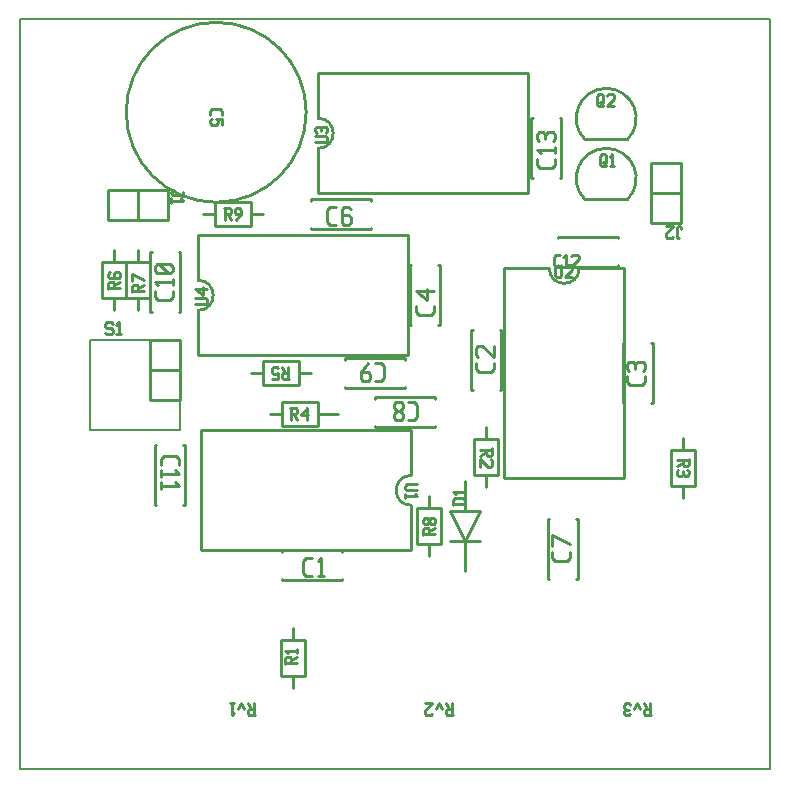
<source format=gto>
G04 start of page 9 for group -4079 idx -4079 *
G04 Title: (unknown), topsilk *
G04 Creator: pcb 4.0.2 *
G04 CreationDate: Mon Dec  4 09:33:05 2017 UTC *
G04 For: janik *
G04 Format: Gerber/RS-274X *
G04 PCB-Dimensions (mm): 63.50 63.50 *
G04 PCB-Coordinate-Origin: lower left *
%MOMM*%
%FSLAX43Y43*%
%LNGTO*%
%ADD105C,0.254*%
%ADD104C,0.152*%
G54D104*X0Y63500D02*Y0D01*
X63500D01*
Y63500D01*
X0D01*
Y0D01*
X63500D01*
Y63500D01*
X0D01*
G54D105*X16637Y63246D02*G75*G03X16637Y63246I0J-7620D01*G01*
X11049Y43815D02*X11176D01*
X11049D02*Y38735D01*
X11176D01*
X13462D02*X13589D01*
Y43815D02*Y38735D01*
X13462Y43815D02*X13589D01*
X19558Y46990D02*X20574D01*
X19558Y48006D02*Y45974D01*
X16510D02*X19558D01*
X16510Y48006D02*Y45974D01*
Y48006D02*X19558D01*
X15494Y46990D02*X16510D01*
X7493Y49022D02*Y46482D01*
X12573D01*
Y49022D02*Y46482D01*
X7493Y49022D02*X12573D01*
X7493Y46482D02*X10033D01*
Y49022D02*Y46482D01*
X8001Y39878D02*Y38862D01*
X6985Y39878D02*X9017D01*
X6985Y42926D02*Y39878D01*
Y42926D02*X9017D01*
Y39878D01*
X8001Y43942D02*Y42926D01*
X10033Y43942D02*Y42926D01*
X9017D02*X11049D01*
Y39878D01*
X9017D02*X11049D01*
X9017Y42926D02*Y39878D01*
X10033D02*Y38862D01*
G54D104*X5969Y36322D02*X13589D01*
X5969Y28702D02*Y36322D01*
X13589Y28702D02*X5969D01*
X13589Y36322D02*Y28702D01*
G54D105*X11049Y33782D02*X13589D01*
X11049Y36322D02*Y33782D01*
X13589Y36322D02*Y31242D01*
X11049D02*X13589D01*
X11049Y36322D02*Y31242D01*
Y36322D02*X13589D01*
X15113Y35052D02*X32893D01*
Y45212D02*Y35052D01*
X15113Y45212D02*X32893D01*
X15113Y38862D02*Y35052D01*
Y45212D02*Y41402D01*
Y38862D02*G75*G03X15113Y41402I0J1270D01*G01*
X33020Y42672D02*X33147D01*
X33020D02*Y37592D01*
X33147D01*
X35433D02*X35560D01*
Y42672D02*Y37592D01*
X35433Y42672D02*X35560D01*
X29718Y48133D02*Y48260D01*
X24638D01*
Y48133D01*
Y45847D02*Y45720D01*
X29718D01*
Y45847D01*
X27559Y32385D02*Y32258D01*
X32639D01*
Y32385D02*Y32258D01*
Y34798D02*Y34671D01*
X27559Y34798D02*X32639D01*
X27559D02*Y34671D01*
X19558Y33528D02*X20574D01*
Y34544D02*Y32512D01*
Y34544D02*X23622D01*
Y32512D01*
X20574D02*X23622D01*
Y33528D02*X24638D01*
X21209Y30099D02*X22225D01*
Y31115D02*Y29083D01*
Y31115D02*X25273D01*
Y29083D01*
X22225D02*X25273D01*
Y30099D02*X26924D01*
X25273Y48768D02*X43053D01*
Y58928D02*Y48768D01*
X25273Y58928D02*X43053D01*
X25273Y52578D02*Y48768D01*
Y58928D02*Y55118D01*
Y52578D02*G75*G03X25273Y55118I0J1270D01*G01*
X53467Y51308D02*X56007D01*
X53467D02*Y46228D01*
X56007D01*
Y51308D02*Y46228D01*
X53467Y51308D02*Y48768D01*
X56007D01*
X47879Y48260D02*X51435D01*
X51453Y48242D02*G75*G03X47861Y48242I-1796J1796D01*G01*
X47879Y53340D02*X51435D01*
X51453Y53322D02*G75*G03X47861Y53322I-1796J1796D01*G01*
X38227Y37211D02*X38354D01*
X38227D02*Y32131D01*
X38354D01*
X40640D02*X40767D01*
Y37211D02*Y32131D01*
X40640Y37211D02*X40767D01*
X43307Y55118D02*X43434D01*
X43307D02*Y50038D01*
X43434D01*
X45720D02*X45847D01*
Y55118D02*Y50038D01*
X45720Y55118D02*X45847D01*
X56134Y28067D02*Y27051D01*
X55118D02*X57150D01*
Y24003D01*
X55118D02*X57150D01*
X55118Y27051D02*Y24003D01*
X56134D02*Y22987D01*
X53467Y30988D02*X53594D01*
Y36068D02*Y30988D01*
X53467Y36068D02*X53594D01*
X51054D02*X51181D01*
X51054D02*Y30988D01*
X51181D01*
X39497Y28956D02*Y27940D01*
X38481D02*X40513D01*
Y24892D01*
X38481D02*X40513D01*
X38481Y27940D02*Y24892D01*
X39497D02*Y23876D01*
X13843Y22352D02*X13970D01*
Y27432D02*Y22352D01*
X13843Y27432D02*X13970D01*
X11430D02*X11557D01*
X11430D02*Y22352D01*
X11557D01*
X15367Y28702D02*X33147D01*
X15367D02*Y18542D01*
X33147D01*
Y28702D02*Y24892D01*
Y22352D02*Y18542D01*
Y24892D02*G75*G03X33147Y22352I0J-1270D01*G01*
X37719Y19304D02*Y16764D01*
Y24384D02*Y21844D01*
Y19304D02*X36449Y21844D01*
X38989D01*
X37719Y19304D01*
X36449D02*X38989D01*
X44704Y21209D02*X44831D01*
X44704D02*Y16129D01*
X44831D01*
X47117D02*X47244D01*
Y21209D02*Y16129D01*
X47117Y21209D02*X47244D01*
X50673Y44958D02*Y45085D01*
X45593D01*
Y44958D01*
Y42672D02*Y42545D01*
X50673D01*
Y42672D01*
X41021Y24638D02*Y42418D01*
X51181Y24638D02*X41021D01*
X51181D02*Y42418D01*
X44831D02*X41021D01*
X51181D02*X47371D01*
X44831D02*G75*G03X47371Y42418I1270J0D01*G01*
X34671Y19050D02*Y18034D01*
X33655Y19050D02*X35687D01*
X33655Y22098D02*Y19050D01*
Y22098D02*X35687D01*
Y19050D01*
X34671Y23114D02*Y22098D01*
X23114Y11938D02*Y10922D01*
X22098D02*X24130D01*
Y7874D01*
X22098D02*X24130D01*
X22098Y10922D02*Y7874D01*
X23114D02*Y6858D01*
X22225Y16129D02*Y16002D01*
X27305D01*
Y16129D02*Y16002D01*
Y18542D02*Y18415D01*
X22225Y18542D02*X27305D01*
X22225D02*Y18415D01*
X30099Y29083D02*Y28956D01*
X35179D01*
Y29083D02*Y28956D01*
Y31496D02*Y31369D01*
X30099Y31496D02*X35179D01*
X30099D02*Y31369D01*
X14859Y39370D02*X15748D01*
X15875Y39497D01*
Y39751D02*Y39497D01*
Y39751D02*X15748Y39878D01*
X14859D02*X15748D01*
X15494Y40183D02*X14859Y40691D01*
X15494Y40818D02*Y40183D01*
X14859Y40691D02*X15875D01*
X13843Y48844D02*Y48641D01*
X12954D02*X13843D01*
X12827Y48768D02*X12954Y48641D01*
X12827Y48895D02*Y48768D01*
X12954Y49022D02*X12827Y48895D01*
X12954Y49022D02*X13081D01*
X13640Y48336D02*X13843Y48133D01*
X12827D02*X13843D01*
X12827Y48336D02*Y47955D01*
X7493Y41148D02*Y40640D01*
Y41148D02*X7620Y41275D01*
X7874D01*
X8001Y41148D02*X7874Y41275D01*
X8001Y41148D02*Y40767D01*
X7493D02*X8509D01*
X8001Y40970D02*X8509Y41275D01*
X7493Y41961D02*X7620Y42088D01*
X7493Y41961D02*Y41707D01*
X7620Y41580D02*X7493Y41707D01*
X7620Y41580D02*X8382D01*
X8509Y41707D01*
X7950Y41961D02*X8077Y42088D01*
X7950Y41961D02*Y41580D01*
X8509Y41961D02*Y41707D01*
Y41961D02*X8382Y42088D01*
X8077D02*X8382D01*
X9525Y40894D02*Y40386D01*
Y40894D02*X9652Y41021D01*
X9906D01*
X10033Y40894D02*X9906Y41021D01*
X10033Y40894D02*Y40513D01*
X9525D02*X10541D01*
X10033Y40716D02*X10541Y41021D01*
Y41453D02*X9525Y41961D01*
Y41326D01*
X16129Y55702D02*Y55372D01*
X16307Y55880D02*X16129Y55702D01*
X16307Y55880D02*X16967D01*
X17145Y55702D01*
Y55372D01*
Y55067D02*Y54559D01*
X16637Y55067D02*X17145D01*
X16637D02*X16764Y54940D01*
Y54686D01*
X16637Y54559D01*
X16256D02*X16637D01*
X16129Y54686D02*X16256Y54559D01*
X16129Y54940D02*Y54686D01*
X16256Y55067D02*X16129Y54940D01*
X12954Y40513D02*Y40018D01*
X12687Y39751D02*X12954Y40018D01*
X11697Y39751D02*X12687D01*
X11697D02*X11430Y40018D01*
Y40513D02*Y40018D01*
X11735Y40970D02*X11430Y41275D01*
X12954D01*
Y41542D02*Y40970D01*
X12764Y41999D02*X12954Y42189D01*
X11620Y41999D02*X12764D01*
X11620D02*X11430Y42189D01*
Y42570D02*Y42189D01*
Y42570D02*X11620Y42761D01*
X12764D01*
X12954Y42570D02*X12764Y42761D01*
X12954Y42570D02*Y42189D01*
X12573Y41999D02*X11811Y42761D01*
X36703Y22479D02*X37719D01*
X36703Y22809D02*X36881Y22987D01*
X37541D01*
X37719Y22809D02*X37541Y22987D01*
X37719Y22809D02*Y22352D01*
X36703Y22809D02*Y22352D01*
X36906Y23292D02*X36703Y23495D01*
X37719D01*
Y23673D02*Y23292D01*
X34163Y20320D02*Y19812D01*
Y20320D02*X34290Y20447D01*
X34544D01*
X34671Y20320D02*X34544Y20447D01*
X34671Y20320D02*Y19939D01*
X34163D02*X35179D01*
X34671Y20142D02*X35179Y20447D01*
X35052Y20752D02*X35179Y20879D01*
X34849Y20752D02*X35052D01*
X34849D02*X34671Y20930D01*
Y21082D02*Y20930D01*
Y21082D02*X34849Y21260D01*
X35052D01*
X35179Y21133D02*X35052Y21260D01*
X35179Y21133D02*Y20879D01*
X34493Y20752D02*X34671Y20930D01*
X34290Y20752D02*X34493D01*
X34290D02*X34163Y20879D01*
Y21133D02*Y20879D01*
Y21133D02*X34290Y21260D01*
X34493D01*
X34671Y21082D02*X34493Y21260D01*
X35052Y39243D02*Y38748D01*
X34785Y38481D02*X35052Y38748D01*
X33795Y38481D02*X34785D01*
X33795D02*X33528Y38748D01*
Y39243D02*Y38748D01*
X34480Y39700D02*X33528Y40462D01*
X34480Y40653D02*Y39700D01*
X33528Y40462D02*X35052D01*
X36195Y4572D02*X36703D01*
X36195D02*X36068Y4699D01*
Y4953D02*Y4699D01*
X36195Y5080D02*X36068Y4953D01*
X36195Y5080D02*X36576D01*
Y5588D02*Y4572D01*
X36373Y5080D02*X36068Y5588D01*
X35763Y5080D02*X35509Y5588D01*
X35255Y5080D02*X35509Y5588D01*
X34950Y4699D02*X34823Y4572D01*
X34442D02*X34823D01*
X34442D02*X34315Y4699D01*
Y4953D02*Y4699D01*
X34950Y5588D02*X34315Y4953D01*
Y5588D02*X34950D01*
X32766Y24130D02*X33655D01*
X32766D02*X32639Y24003D01*
Y23749D01*
X32766Y23622D01*
X33655D01*
X33452Y23317D02*X33655Y23114D01*
X32639D02*X33655D01*
X32639Y23317D02*Y22936D01*
X32893Y31115D02*X33388D01*
X33655Y30848D02*X33388Y31115D01*
X33655Y30848D02*Y29858D01*
X33388Y29591D01*
X32893D02*X33388D01*
X32436Y30924D02*X32245Y31115D01*
X32436Y30924D02*Y30620D01*
X32169Y30353D01*
X31940D02*X32169D01*
X31940D02*X31674Y30620D01*
Y30924D02*Y30620D01*
X31864Y31115D02*X31674Y30924D01*
X31864Y31115D02*X32245D01*
X32436Y30086D02*X32169Y30353D01*
X32436Y30086D02*Y29782D01*
X32245Y29591D01*
X31864D02*X32245D01*
X31864D02*X31674Y29782D01*
Y30086D02*Y29782D01*
X31940Y30353D02*X31674Y30086D01*
X11938Y26276D02*Y25781D01*
X12205Y26543D02*X11938Y26276D01*
X12205Y26543D02*X13195D01*
X13462Y26276D01*
Y25781D01*
X13157Y25324D02*X13462Y25019D01*
X11938D02*X13462D01*
X11938Y25324D02*Y24752D01*
X13157Y24295D02*X13462Y23990D01*
X11938D02*X13462D01*
X11938Y24295D02*Y23724D01*
X19431Y4572D02*X19939D01*
X19431D02*X19304Y4699D01*
Y4953D02*Y4699D01*
X19431Y5080D02*X19304Y4953D01*
X19431Y5080D02*X19812D01*
Y5588D02*Y4572D01*
X19609Y5080D02*X19304Y5588D01*
X18999Y5080D02*X18745Y5588D01*
X18491Y5080D02*X18745Y5588D01*
X18186Y4775D02*X17983Y4572D01*
Y5588D02*Y4572D01*
X17805Y5588D02*X18186D01*
X7747Y37846D02*X7874Y37719D01*
X7366Y37846D02*X7747D01*
X7239Y37719D02*X7366Y37846D01*
X7239Y37719D02*Y37465D01*
X7366Y37338D01*
X7747D01*
X7874Y37211D01*
Y36957D01*
X7747Y36830D02*X7874Y36957D01*
X7366Y36830D02*X7747D01*
X7239Y36957D02*X7366Y36830D01*
X8179Y37643D02*X8382Y37846D01*
Y36830D01*
X8179D02*X8560D01*
X30099Y34417D02*X30594D01*
X30861Y34150D02*X30594Y34417D01*
X30861Y34150D02*Y33160D01*
X30594Y32893D01*
X30099D02*X30594D01*
X29451Y34417D02*X28880Y33655D01*
Y33084D01*
X29070Y32893D02*X28880Y33084D01*
X29070Y32893D02*X29451D01*
X29642Y33084D02*X29451Y32893D01*
X29642Y33464D02*Y33084D01*
Y33464D02*X29451Y33655D01*
X28880D02*X29451D01*
X22327Y33071D02*X22835D01*
X22327D02*X22200Y33198D01*
Y33452D02*Y33198D01*
X22327Y33579D02*X22200Y33452D01*
X22327Y33579D02*X22708D01*
Y34087D02*Y33071D01*
X22504Y33579D02*X22200Y34087D01*
X21387Y33071D02*X21895D01*
Y33579D02*Y33071D01*
Y33579D02*X21768Y33452D01*
X21514D02*X21768D01*
X21514D02*X21387Y33579D01*
Y33960D02*Y33579D01*
X21514Y34087D02*X21387Y33960D01*
X21514Y34087D02*X21768D01*
X21895Y33960D02*X21768Y34087D01*
X22479Y9398D02*Y8890D01*
Y9398D02*X22606Y9525D01*
X22860D01*
X22987Y9398D02*X22860Y9525D01*
X22987Y9398D02*Y9017D01*
X22479D02*X23495D01*
X22987Y9220D02*X23495Y9525D01*
X22682Y9830D02*X22479Y10033D01*
X23495D01*
Y10211D02*Y9830D01*
X24270Y16383D02*X24765D01*
X24003Y16650D02*X24270Y16383D01*
X24003Y17640D02*Y16650D01*
Y17640D02*X24270Y17907D01*
X24765D01*
X25222Y17602D02*X25527Y17907D01*
Y16383D01*
X25222D02*X25794D01*
X22860Y30607D02*X23368D01*
X23495Y30480D01*
Y30226D01*
X23368Y30099D02*X23495Y30226D01*
X22987Y30099D02*X23368D01*
X22987Y30607D02*Y29591D01*
X23190Y30099D02*X23495Y29591D01*
X23800Y29972D02*X24308Y30607D01*
X23800Y29972D02*X24435D01*
X24308Y30607D02*Y29591D01*
X17272Y47498D02*X17780D01*
X17907Y47371D01*
Y47117D01*
X17780Y46990D02*X17907Y47117D01*
X17399Y46990D02*X17780D01*
X17399Y47498D02*Y46482D01*
X17602Y46990D02*X17907Y46482D01*
X18339D02*X18720Y46990D01*
Y47371D02*Y46990D01*
X18593Y47498D02*X18720Y47371D01*
X18339Y47498D02*X18593D01*
X18212Y47371D02*X18339Y47498D01*
X18212Y47371D02*Y47117D01*
X18339Y46990D01*
X18720D01*
X26302Y46101D02*X26797D01*
X26035Y46368D02*X26302Y46101D01*
X26035Y47358D02*Y46368D01*
Y47358D02*X26302Y47625D01*
X26797D01*
X27826D02*X28016Y47434D01*
X27445Y47625D02*X27826D01*
X27254Y47434D02*X27445Y47625D01*
X27254Y47434D02*Y46292D01*
X27445Y46101D01*
X27826Y46939D02*X28016Y46749D01*
X27254Y46939D02*X27826D01*
X27445Y46101D02*X27826D01*
X28016Y46292D01*
Y46749D02*Y46292D01*
X25019Y53086D02*X25908D01*
X26035Y53213D01*
Y53467D02*Y53213D01*
Y53467D02*X25908Y53594D01*
X25019D02*X25908D01*
X25146Y53899D02*X25019Y54026D01*
Y54280D02*Y54026D01*
Y54280D02*X25146Y54407D01*
X26035Y54280D02*X25908Y54407D01*
X26035Y54280D02*Y54026D01*
X25908Y53899D02*X26035Y54026D01*
X25476Y54280D02*Y54026D01*
X25146Y54407D02*X25349D01*
X25603D02*X25908D01*
X25603D02*X25476Y54280D01*
X25349Y54407D02*X25476Y54280D01*
X55626Y44958D02*X55829D01*
X55626Y45847D02*Y44958D01*
X55753Y45974D02*X55626Y45847D01*
X55753Y45974D02*X55880D01*
X56007Y45847D02*X55880Y45974D01*
X56007Y45847D02*Y45720D01*
X55321Y45085D02*X55194Y44958D01*
X54813D02*X55194D01*
X54813D02*X54686Y45085D01*
Y45339D02*Y45085D01*
X55321Y45974D02*X54686Y45339D01*
Y45974D02*X55321D01*
X49149Y51943D02*Y51181D01*
Y51943D02*X49276Y52070D01*
X49530D01*
X49657Y51943D01*
Y51308D01*
X49403Y51054D02*X49657Y51308D01*
X49276Y51054D02*X49403D01*
X49149Y51181D02*X49276Y51054D01*
X49403Y51435D02*X49657Y51054D01*
X49962Y51867D02*X50165Y52070D01*
Y51054D01*
X49962D02*X50343D01*
X48895Y57023D02*Y56261D01*
Y57023D02*X49022Y57150D01*
X49276D01*
X49403Y57023D01*
Y56388D01*
X49149Y56134D02*X49403Y56388D01*
X49022Y56134D02*X49149D01*
X48895Y56261D02*X49022Y56134D01*
X49149Y56515D02*X49403Y56134D01*
X49708Y57023D02*X49835Y57150D01*
X50216D01*
X50343Y57023D01*
Y56769D01*
X49708Y56134D02*X50343Y56769D01*
X49708Y56134D02*X50343D01*
X40005Y27178D02*Y26670D01*
X39878Y26543D01*
X39624D02*X39878D01*
X39497Y26670D02*X39624Y26543D01*
X39497Y27051D02*Y26670D01*
X38989Y27051D02*X40005D01*
X39497Y26848D02*X38989Y26543D01*
X39878Y26238D02*X40005Y26111D01*
Y25730D01*
X39878Y25603D01*
X39624D02*X39878D01*
X38989Y26238D02*X39624Y25603D01*
X38989Y26238D02*Y25603D01*
X46609Y18415D02*Y17920D01*
X46342Y17653D02*X46609Y17920D01*
X45352Y17653D02*X46342D01*
X45352D02*X45085Y17920D01*
Y18415D02*Y17920D01*
X46609Y19063D02*X45085Y19825D01*
Y18872D01*
X56642Y26289D02*Y25781D01*
X56515Y25654D01*
X56261D02*X56515D01*
X56134Y25781D02*X56261Y25654D01*
X56134Y26162D02*Y25781D01*
X55626Y26162D02*X56642D01*
X56134Y25959D02*X55626Y25654D01*
X56515Y25349D02*X56642Y25222D01*
Y24968D01*
X56515Y24841D01*
X55626Y24968D02*X55753Y24841D01*
X55626Y25222D02*Y24968D01*
X55753Y25349D02*X55626Y25222D01*
X56185D02*Y24968D01*
X56312Y24841D02*X56515D01*
X55753D02*X56058D01*
X56185Y24968D01*
X56312Y24841D02*X56185Y24968D01*
X52959Y33274D02*Y32779D01*
X52692Y32512D02*X52959Y32779D01*
X51702Y32512D02*X52692D01*
X51702D02*X51435Y32779D01*
Y33274D02*Y32779D01*
X51626Y33731D02*X51435Y33922D01*
Y34303D02*Y33922D01*
Y34303D02*X51626Y34493D01*
X52959Y34303D02*X52768Y34493D01*
X52959Y34303D02*Y33922D01*
X52768Y33731D02*X52959Y33922D01*
X52121Y34303D02*Y33922D01*
X51626Y34493D02*X51930D01*
X52311D02*X52768D01*
X52311D02*X52121Y34303D01*
X51930Y34493D02*X52121Y34303D01*
X52959Y4572D02*X53467D01*
X52959D02*X52832Y4699D01*
Y4953D02*Y4699D01*
X52959Y5080D02*X52832Y4953D01*
X52959Y5080D02*X53340D01*
Y5588D02*Y4572D01*
X53137Y5080D02*X52832Y5588D01*
X52527Y5080D02*X52273Y5588D01*
X52019Y5080D02*X52273Y5588D01*
X51714Y4699D02*X51587Y4572D01*
X51333D02*X51587D01*
X51333D02*X51206Y4699D01*
X51333Y5588D02*X51206Y5461D01*
X51333Y5588D02*X51587D01*
X51714Y5461D02*X51587Y5588D01*
X51333Y5029D02*X51587D01*
X51206Y4902D02*Y4699D01*
Y5461D02*Y5156D01*
X51333Y5029D01*
X51206Y4902D02*X51333Y5029D01*
X40132Y34417D02*Y33922D01*
X39865Y33655D02*X40132Y33922D01*
X38875Y33655D02*X39865D01*
X38875D02*X38608Y33922D01*
Y34417D02*Y33922D01*
X38798Y34874D02*X38608Y35065D01*
Y35636D02*Y35065D01*
Y35636D02*X38798Y35827D01*
X39180D01*
X40132Y34874D02*X39180Y35827D01*
X40132D02*Y34874D01*
X45339Y51689D02*Y51194D01*
X45072Y50927D02*X45339Y51194D01*
X44082Y50927D02*X45072D01*
X44082D02*X43815Y51194D01*
Y51689D02*Y51194D01*
X44120Y52146D02*X43815Y52451D01*
X45339D01*
Y52718D02*Y52146D01*
X44006Y53175D02*X43815Y53365D01*
Y53746D02*Y53365D01*
Y53746D02*X44006Y53937D01*
X45339Y53746D02*X45148Y53937D01*
X45339Y53746D02*Y53365D01*
X45148Y53175D02*X45339Y53365D01*
X44501Y53746D02*Y53365D01*
X44006Y53937D02*X44310D01*
X44691D02*X45148D01*
X44691D02*X44501Y53746D01*
X44310Y53937D02*X44501Y53746D01*
X45390Y42545D02*X45720D01*
X45212Y42723D02*X45390Y42545D01*
X45212Y43383D02*Y42723D01*
Y43383D02*X45390Y43561D01*
X45720D01*
X46025Y43358D02*X46228Y43561D01*
Y42545D01*
X46025D02*X46406D01*
X46711Y43434D02*X46838Y43561D01*
X47219D01*
X47346Y43434D01*
Y43180D01*
X46711Y42545D02*X47346Y43180D01*
X46711Y42545D02*X47346D01*
X45339Y42672D02*Y41783D01*
X45466Y41656D01*
X45720D01*
X45847Y41783D01*
Y42672D02*Y41783D01*
X46152Y42545D02*X46279Y42672D01*
X46660D01*
X46787Y42545D01*
Y42291D01*
X46152Y41656D02*X46787Y42291D01*
X46152Y41656D02*X46787D01*
M02*

</source>
